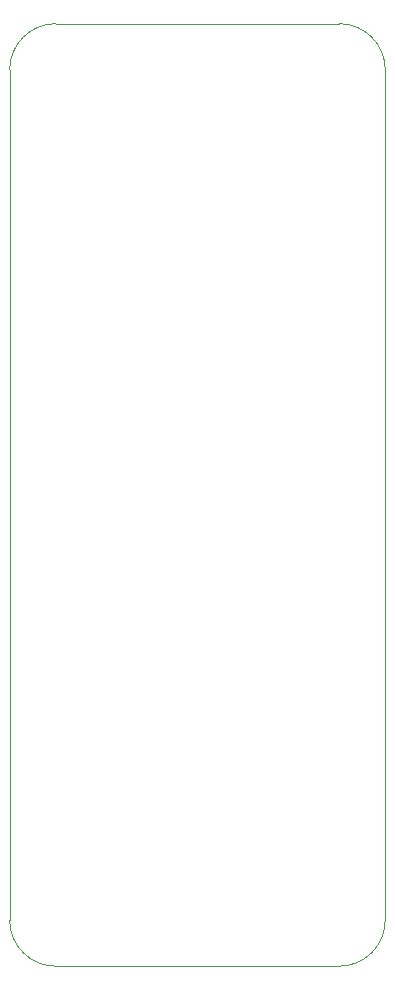
<source format=gko>
%TF.GenerationSoftware,KiCad,Pcbnew,4.0.5-e0-6337~49~ubuntu16.04.1*%
%TF.CreationDate,2017-01-24T12:31:17-08:00*%
%TF.ProjectId,4x10-Teensy-LC-Breakout,347831302D5465656E73792D4C432D42,1.0*%
%TF.FileFunction,Profile,NP*%
%FSLAX46Y46*%
G04 Gerber Fmt 4.6, Leading zero omitted, Abs format (unit mm)*
G04 Created by KiCad (PCBNEW 4.0.5-e0-6337~49~ubuntu16.04.1) date Tue Jan 24 12:31:17 2017*
%MOMM*%
%LPD*%
G01*
G04 APERTURE LIST*
%ADD10C,0.350000*%
%ADD11C,0.040640*%
G04 APERTURE END LIST*
D10*
D11*
X137688320Y-146342280D02*
X161688320Y-146342280D01*
X161688320Y-66542280D02*
X137688320Y-66542280D01*
X133788320Y-70442280D02*
X133788320Y-142442280D01*
X133788326Y-142449087D02*
G75*
G03X137688320Y-146342280I3899994J6807D01*
G01*
X137688320Y-66542280D02*
G75*
G03X133788320Y-70442280I0J-3900000D01*
G01*
X165588320Y-142442280D02*
X165588320Y-70442280D01*
X165588314Y-70435473D02*
G75*
G03X161688320Y-66542280I-3899994J-6807D01*
G01*
X161688320Y-146342280D02*
G75*
G03X165588320Y-142442280I0J3900000D01*
G01*
M02*

</source>
